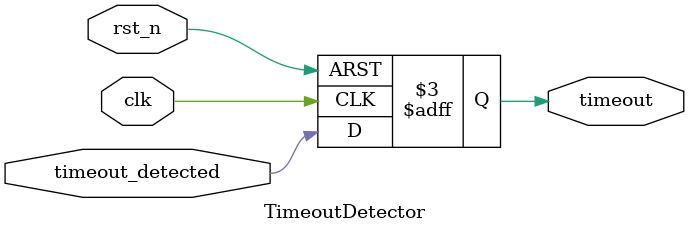
<source format=sv>
module RangeDetector_Timeout #(
    parameter WIDTH = 8,
    parameter TIMEOUT = 10
)(
    input clk, rst_n,
    input [WIDTH-1:0] data_in,
    input [WIDTH-1:0] threshold,
    output timeout
);
    // Internal signals
    wire threshold_exceeded;
    wire [$clog2(TIMEOUT):0] count_value;
    wire timeout_detected;
    
    // Instantiate comparator submodule
    ThresholdComparator #(
        .WIDTH(WIDTH)
    ) comparator_inst (
        .data_in(data_in),
        .threshold(threshold),
        .threshold_exceeded(threshold_exceeded)
    );
    
    // Instantiate counter submodule
    TimeoutCounter #(
        .TIMEOUT(TIMEOUT)
    ) counter_inst (
        .clk(clk),
        .rst_n(rst_n),
        .enable(threshold_exceeded),
        .count_value(count_value),
        .timeout_detected(timeout_detected)
    );
    
    // Instantiate timeout detector submodule
    TimeoutDetector timeout_detector_inst (
        .clk(clk),
        .rst_n(rst_n),
        .timeout_detected(timeout_detected),
        .timeout(timeout)
    );
    
endmodule

module ThresholdComparator #(
    parameter WIDTH = 8
)(
    input [WIDTH-1:0] data_in,
    input [WIDTH-1:0] threshold,
    output threshold_exceeded
);
    // Combinational logic for comparison
    assign threshold_exceeded = (data_in > threshold);
    
endmodule

module TimeoutCounter #(
    parameter TIMEOUT = 10
)(
    input clk,
    input rst_n,
    input enable,
    output [$clog2(TIMEOUT):0] count_value,
    output timeout_detected
);
    // Counter register
    reg [$clog2(TIMEOUT):0] counter;
    
    // Assign output signals
    assign count_value = counter;
    assign timeout_detected = (counter == TIMEOUT);
    
    // Counter logic
    always @(posedge clk or negedge rst_n) begin
        if(!rst_n) begin
            counter <= 0;
        end
        else begin
            if(enable) begin
                counter <= (counter < TIMEOUT) ? counter + 1 : TIMEOUT;
            end
            else begin
                counter <= 0;
            end
        end
    end
    
endmodule

module TimeoutDetector (
    input clk,
    input rst_n,
    input timeout_detected,
    output reg timeout
);
    // Register timeout signal
    always @(posedge clk or negedge rst_n) begin
        if(!rst_n) begin
            timeout <= 0;
        end
        else begin
            timeout <= timeout_detected;
        end
    end
    
endmodule
</source>
